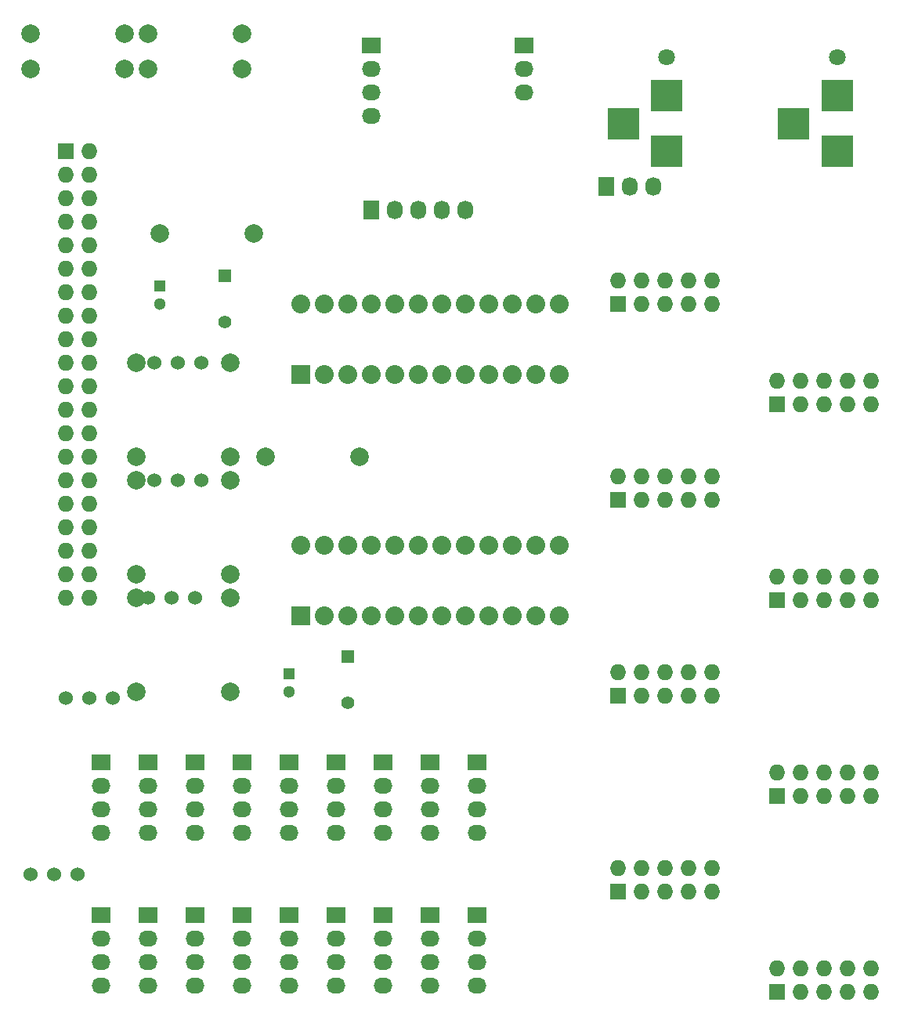
<source format=gbr>
G04 #@! TF.FileFunction,Soldermask,Top*
%FSLAX46Y46*%
G04 Gerber Fmt 4.6, Leading zero omitted, Abs format (unit mm)*
G04 Created by KiCad (PCBNEW 4.0.2-stable) date 13/08/2016 22:29:21*
%MOMM*%
G01*
G04 APERTURE LIST*
%ADD10C,0.100000*%
%ADD11R,1.300000X1.300000*%
%ADD12C,1.300000*%
%ADD13R,1.400000X1.400000*%
%ADD14C,1.400000*%
%ADD15R,3.500120X3.500120*%
%ADD16C,1.800000*%
%ADD17R,2.032000X1.727200*%
%ADD18O,2.032000X1.727200*%
%ADD19R,1.727200X2.032000*%
%ADD20O,1.727200X2.032000*%
%ADD21R,1.727200X1.727200*%
%ADD22O,1.727200X1.727200*%
%ADD23C,1.998980*%
%ADD24R,2.032000X2.032000*%
%ADD25C,2.032000*%
%ADD26C,1.524000*%
G04 APERTURE END LIST*
D10*
D11*
X29210000Y-118650000D03*
D12*
X29210000Y-120650000D03*
D13*
X36195000Y-117555000D03*
D14*
X36195000Y-122555000D03*
D13*
X49530000Y-158750000D03*
D14*
X49530000Y-163750000D03*
D15*
X102423000Y-104148140D03*
X102423000Y-98148660D03*
X97724000Y-101148400D03*
D16*
X102423000Y-93948000D03*
D15*
X84008000Y-104148140D03*
X84008000Y-98148660D03*
X79309000Y-101148400D03*
D16*
X84008000Y-93948000D03*
D17*
X22860000Y-186690000D03*
D18*
X22860000Y-189230000D03*
X22860000Y-191770000D03*
X22860000Y-194310000D03*
D17*
X22860000Y-170180000D03*
D18*
X22860000Y-172720000D03*
X22860000Y-175260000D03*
X22860000Y-177800000D03*
D17*
X27940000Y-186690000D03*
D18*
X27940000Y-189230000D03*
X27940000Y-191770000D03*
X27940000Y-194310000D03*
D17*
X27940000Y-170180000D03*
D18*
X27940000Y-172720000D03*
X27940000Y-175260000D03*
X27940000Y-177800000D03*
D17*
X33020000Y-186690000D03*
D18*
X33020000Y-189230000D03*
X33020000Y-191770000D03*
X33020000Y-194310000D03*
D17*
X33020000Y-170180000D03*
D18*
X33020000Y-172720000D03*
X33020000Y-175260000D03*
X33020000Y-177800000D03*
D17*
X38100000Y-186690000D03*
D18*
X38100000Y-189230000D03*
X38100000Y-191770000D03*
X38100000Y-194310000D03*
D17*
X38100000Y-170180000D03*
D18*
X38100000Y-172720000D03*
X38100000Y-175260000D03*
X38100000Y-177800000D03*
D17*
X43180000Y-186690000D03*
D18*
X43180000Y-189230000D03*
X43180000Y-191770000D03*
X43180000Y-194310000D03*
D17*
X43180000Y-170180000D03*
D18*
X43180000Y-172720000D03*
X43180000Y-175260000D03*
X43180000Y-177800000D03*
D17*
X48260000Y-186690000D03*
D18*
X48260000Y-189230000D03*
X48260000Y-191770000D03*
X48260000Y-194310000D03*
D17*
X48260000Y-170180000D03*
D18*
X48260000Y-172720000D03*
X48260000Y-175260000D03*
X48260000Y-177800000D03*
D17*
X53340000Y-186690000D03*
D18*
X53340000Y-189230000D03*
X53340000Y-191770000D03*
X53340000Y-194310000D03*
D17*
X53340000Y-170180000D03*
D18*
X53340000Y-172720000D03*
X53340000Y-175260000D03*
X53340000Y-177800000D03*
D17*
X58420000Y-186690000D03*
D18*
X58420000Y-189230000D03*
X58420000Y-191770000D03*
X58420000Y-194310000D03*
D17*
X58420000Y-170180000D03*
D18*
X58420000Y-172720000D03*
X58420000Y-175260000D03*
X58420000Y-177800000D03*
D17*
X63500000Y-186690000D03*
D18*
X63500000Y-189230000D03*
X63500000Y-191770000D03*
X63500000Y-194310000D03*
D17*
X63500000Y-170180000D03*
D18*
X63500000Y-172720000D03*
X63500000Y-175260000D03*
X63500000Y-177800000D03*
D19*
X52070000Y-110490000D03*
D20*
X54610000Y-110490000D03*
X57150000Y-110490000D03*
X59690000Y-110490000D03*
X62230000Y-110490000D03*
D21*
X95885000Y-194945000D03*
D22*
X95885000Y-192405000D03*
X98425000Y-194945000D03*
X98425000Y-192405000D03*
X100965000Y-194945000D03*
X100965000Y-192405000D03*
X103505000Y-194945000D03*
X103505000Y-192405000D03*
X106045000Y-194945000D03*
X106045000Y-192405000D03*
D21*
X78740000Y-184150000D03*
D22*
X78740000Y-181610000D03*
X81280000Y-184150000D03*
X81280000Y-181610000D03*
X83820000Y-184150000D03*
X83820000Y-181610000D03*
X86360000Y-184150000D03*
X86360000Y-181610000D03*
X88900000Y-184150000D03*
X88900000Y-181610000D03*
D21*
X95885000Y-173778000D03*
D22*
X95885000Y-171238000D03*
X98425000Y-173778000D03*
X98425000Y-171238000D03*
X100965000Y-173778000D03*
X100965000Y-171238000D03*
X103505000Y-173778000D03*
X103505000Y-171238000D03*
X106045000Y-173778000D03*
X106045000Y-171238000D03*
D21*
X78740000Y-162983000D03*
D22*
X78740000Y-160443000D03*
X81280000Y-162983000D03*
X81280000Y-160443000D03*
X83820000Y-162983000D03*
X83820000Y-160443000D03*
X86360000Y-162983000D03*
X86360000Y-160443000D03*
X88900000Y-162983000D03*
X88900000Y-160443000D03*
D21*
X78740000Y-141817000D03*
D22*
X78740000Y-139277000D03*
X81280000Y-141817000D03*
X81280000Y-139277000D03*
X83820000Y-141817000D03*
X83820000Y-139277000D03*
X86360000Y-141817000D03*
X86360000Y-139277000D03*
X88900000Y-141817000D03*
X88900000Y-139277000D03*
D21*
X78752400Y-120650000D03*
D22*
X78752400Y-118110000D03*
X81292400Y-120650000D03*
X81292400Y-118110000D03*
X83832400Y-120650000D03*
X83832400Y-118110000D03*
X86372400Y-120650000D03*
X86372400Y-118110000D03*
X88912400Y-120650000D03*
X88912400Y-118110000D03*
D21*
X95885000Y-152612000D03*
D22*
X95885000Y-150072000D03*
X98425000Y-152612000D03*
X98425000Y-150072000D03*
X100965000Y-152612000D03*
X100965000Y-150072000D03*
X103505000Y-152612000D03*
X103505000Y-150072000D03*
X106045000Y-152612000D03*
X106045000Y-150072000D03*
D21*
X95885000Y-131445000D03*
D22*
X95885000Y-128905000D03*
X98425000Y-131445000D03*
X98425000Y-128905000D03*
X100965000Y-131445000D03*
X100965000Y-128905000D03*
X103505000Y-131445000D03*
X103505000Y-128905000D03*
X106045000Y-131445000D03*
X106045000Y-128905000D03*
D19*
X77470000Y-107950000D03*
D20*
X80010000Y-107950000D03*
X82550000Y-107950000D03*
D17*
X68580000Y-92710000D03*
D18*
X68580000Y-95250000D03*
X68580000Y-97790000D03*
D17*
X52070000Y-92710000D03*
D18*
X52070000Y-95250000D03*
X52070000Y-97790000D03*
X52070000Y-100330000D03*
D23*
X26670000Y-137160000D03*
X26670000Y-127000000D03*
X36830000Y-137160000D03*
X36830000Y-127000000D03*
X26670000Y-149860000D03*
X26670000Y-139700000D03*
X36830000Y-149860000D03*
X36830000Y-139700000D03*
X26670000Y-162560000D03*
X26670000Y-152400000D03*
X36830000Y-162560000D03*
X36830000Y-152400000D03*
X40640000Y-137160000D03*
X50800000Y-137160000D03*
X29210000Y-113030000D03*
X39370000Y-113030000D03*
X25400000Y-95250000D03*
X15240000Y-95250000D03*
X38100000Y-95250000D03*
X27940000Y-95250000D03*
X25400000Y-91440000D03*
X15240000Y-91440000D03*
X38100000Y-91440000D03*
X27940000Y-91440000D03*
D21*
X19050000Y-104140000D03*
D22*
X21590000Y-104140000D03*
X19050000Y-106680000D03*
X21590000Y-106680000D03*
X19050000Y-109220000D03*
X21590000Y-109220000D03*
X19050000Y-111760000D03*
X21590000Y-111760000D03*
X19050000Y-114300000D03*
X21590000Y-114300000D03*
X19050000Y-116840000D03*
X21590000Y-116840000D03*
X19050000Y-119380000D03*
X21590000Y-119380000D03*
X19050000Y-121920000D03*
X21590000Y-121920000D03*
X19050000Y-124460000D03*
X21590000Y-124460000D03*
X19050000Y-127000000D03*
X21590000Y-127000000D03*
X19050000Y-129540000D03*
X21590000Y-129540000D03*
X19050000Y-132080000D03*
X21590000Y-132080000D03*
X19050000Y-134620000D03*
X21590000Y-134620000D03*
X19050000Y-137160000D03*
X21590000Y-137160000D03*
X19050000Y-139700000D03*
X21590000Y-139700000D03*
X19050000Y-142240000D03*
X21590000Y-142240000D03*
X19050000Y-144780000D03*
X21590000Y-144780000D03*
X19050000Y-147320000D03*
X21590000Y-147320000D03*
X19050000Y-149860000D03*
X21590000Y-149860000D03*
X19050000Y-152400000D03*
X21590000Y-152400000D03*
D24*
X44450000Y-154305000D03*
D25*
X46990000Y-154305000D03*
X49530000Y-154305000D03*
X52070000Y-154305000D03*
X54610000Y-154305000D03*
X57150000Y-154305000D03*
X59690000Y-154305000D03*
X62230000Y-154305000D03*
X64770000Y-154305000D03*
X67310000Y-154305000D03*
X69850000Y-154305000D03*
X72390000Y-154305000D03*
X72390000Y-146685000D03*
X69850000Y-146685000D03*
X67310000Y-146685000D03*
X64770000Y-146685000D03*
X62230000Y-146685000D03*
X59690000Y-146685000D03*
X57150000Y-146685000D03*
X54610000Y-146685000D03*
X52070000Y-146685000D03*
X49530000Y-146685000D03*
X46990000Y-146685000D03*
X44450000Y-146685000D03*
D24*
X44450000Y-128270000D03*
D25*
X46990000Y-128270000D03*
X49530000Y-128270000D03*
X52070000Y-128270000D03*
X54610000Y-128270000D03*
X57150000Y-128270000D03*
X59690000Y-128270000D03*
X62230000Y-128270000D03*
X64770000Y-128270000D03*
X67310000Y-128270000D03*
X69850000Y-128270000D03*
X72390000Y-128270000D03*
X72390000Y-120650000D03*
X69850000Y-120650000D03*
X67310000Y-120650000D03*
X64770000Y-120650000D03*
X62230000Y-120650000D03*
X59690000Y-120650000D03*
X57150000Y-120650000D03*
X54610000Y-120650000D03*
X52070000Y-120650000D03*
X49530000Y-120650000D03*
X46990000Y-120650000D03*
X44450000Y-120650000D03*
D11*
X43180000Y-160560000D03*
D12*
X43180000Y-162560000D03*
D26*
X17780000Y-182245000D03*
X20320000Y-182245000D03*
X15240000Y-182245000D03*
X21590000Y-163195000D03*
X24130000Y-163195000D03*
X19050000Y-163195000D03*
X31115000Y-127000000D03*
X28575000Y-127000000D03*
X33655000Y-127000000D03*
X31115000Y-139700000D03*
X28575000Y-139700000D03*
X33655000Y-139700000D03*
X30480000Y-152400000D03*
X27940000Y-152400000D03*
X33020000Y-152400000D03*
M02*

</source>
